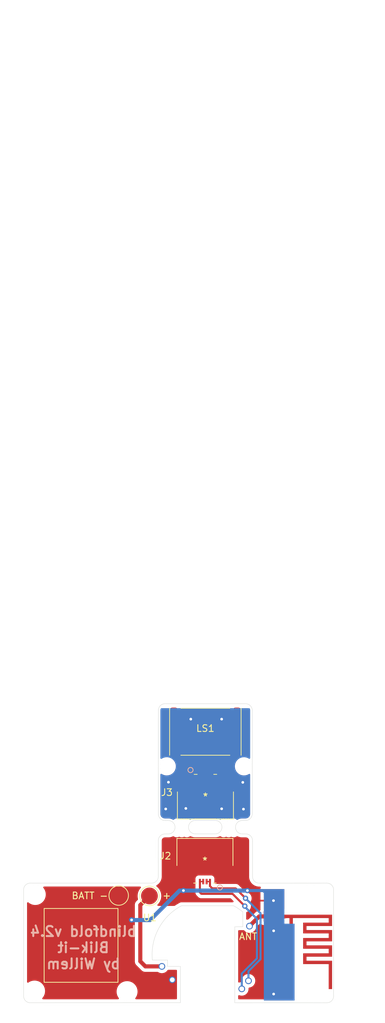
<source format=kicad_pcb>
(kicad_pcb (version 20211014) (generator pcbnew)
  (layers (0 "F.Cu" signal) (31 "B.Cu" signal) (34 "B.Paste" user) (35 "F.Paste" user) (36 "B.SilkS" user "B.Silkscreen") (37 "F.SilkS" user "F.Silkscreen") (38 "B.Mask" user) (39 "F.Mask" user) (44 "Edge.Cuts" user))
  (net 0 "")
  (net 1 "/BT_SPK-")
  (net 2 "/BT_SPK+")
  (net 3 "/SPK-")
  (net 4 "/SPK+")
  (net 5 "/BATT+")
  (net 6 "GND")
  (net 7 "Net-(U1-Pad1)")
  (net 8 "GND2")
  (footprint "Audio_Module:bt_player" (layer "F.Cu") (at 154.184147 115.488923 180)
    (fp_text reference "U1" (at 8.6 5.5) (layer "F.SilkS"))
    (fp_text value "bt_player")
    (fp_text user "ANT" (at -6.05 2.7) (layer "F.SilkS"))
    (pad "1" thru_hole circle locked (at -6.25 4.25 180) (size 1 1) (drill 0.7) (layers *.Cu *.Mask) (net 7 "Net-(U1-Pad1)"))
    (pad "2" thru_hole circle locked (at -6.1 -3.9 180) (size 1 1) (drill 0.7) (layers *.Cu *.Mask) (net 2 "/BT_SPK+"))
    (pad "3" thru_hole circle locked (at -5.1 -5.1 180) (size 1 1) (drill 0.7) (layers *.Cu *.Mask) (net 1 "/BT_SPK-"))
    (pad "4" thru_hole circle locked (at 5.25 -3.75 180) (size 1 1) (drill 0.7) (layers *.Cu *.Mask) (net 6 "GND"))
    (pad "5" thru_hole circle locked (at 6.8 -1.75 180) (size 1 1) (drill 0.7) (layers *.Cu *.Mask) (net 5 "/BATT+"))
  )
  (footprint "MountingHole:MountingHole_2.1mm_smallCntry" (layer "F.Cu") (at 128.524 106.5276)
    (fp_text reference "H1" hide)
    (fp_text value "MountingHole")
    (pad "" np_thru_hole circle (at 0 0) (size 2.1 2.1) (drill 2.1) (layers *.Cu *.Mask))
  )
  (footprint "MountingHole:MountingHole_2.1mm_smallCntry" (layer "F.Cu") (at 128.41732 120.91416)
    (fp_text reference "H2" hide)
    (fp_text value "MountingHole")
    (pad "" np_thru_hole circle (at 0 0) (size 2.1 2.1) (drill 2.1) (layers *.Cu *.Mask))
  )
  (footprint "MountingHole:MountingHole_2.1mm_smallCntry" (layer "F.Cu") (at 159.6136 87.4268)
    (fp_text reference "H3" hide)
    (fp_text value "MountingHole")
    (pad "" np_thru_hole circle (at 0 0) (size 2.1 2.1) (drill 2.1) (layers *.Cu *.Mask))
  )
  (footprint "MountingHole:MountingHole_2.1mm_smallCntry" (layer "F.Cu") (at 148.1074 87.4268)
    (fp_text reference "H4" hide)
    (fp_text value "MountingHole")
    (pad "" np_thru_hole circle (at 0 0) (size 2.1 2.1) (drill 2.1) (layers *.Cu *.Mask))
  )
  (footprint "MountingHole:MountingHole_2.1mm_smallCntry" (layer "F.Cu") (at 169.4688 106.426)
    (fp_text reference "H7" hide)
    (fp_text value "MountingHole")
    (pad "" np_thru_hole circle (at 0 0) (size 2.1 2.1) (drill 2.1) (layers *.Cu *.Mask))
  )
  (footprint "MountingHole:MountingHole_2.1mm_smallCntry" (layer "F.Cu") (at 169.45 120.98)
    (fp_text reference "H9" hide)
    (fp_text value "MountingHole")
    (pad "" np_thru_hole circle (at 0 0) (size 2.1 2.1) (drill 2.1) (layers *.Cu *.Mask))
  )
  (footprint "MountingHole:MountingHole_2.1mm_smallCntry" (layer "F.Cu") (at 142.19936 121.00052)
    (fp_text reference "H10" hide)
    (fp_text value "MountingHole")
    (pad "" np_thru_hole circle (at 0 0) (size 2.1 2.1) (drill 2.1) (layers *.Cu *.Mask))
  )
  (footprint "TestPoint:TestPoint_Pad_D2.5mm" (layer "F.Cu") (at 145.53 106.74)
    (fp_text reference "TP1" hide)
    (fp_text value "TestPoint" hide)
    (fp_circle (center 0 0) (end 0 1.45) (layer "F.SilkS") (width 0.12) (fill none))
    (pad "1" smd circle (at 0 0) (size 2.5 2.5) (layers "F.Cu" "F.Mask") (net 5 "/BATT+"))
  )
  (footprint "TestPoint:TestPoint_Pad_D2.5mm" (layer "F.Cu") (at 140.95 106.68)
    (fp_text reference "TP2" hide)
    (fp_text value "TestPoint" hide)
    (fp_circle (center 0 0) (end 0 1.45) (layer "F.SilkS") (width 0.12) (fill none))
    (pad "1" smd circle (at 0 0) (size 2.5 2.5) (layers "F.Cu" "F.Mask") (net 6 "GND"))
  )
  (footprint "Connector_Molex:Molex_Easy-On_527450633-FPC-1x04-P0.5mm" (layer "F.Cu") (at 153.8732 91.948)
    (fp_text reference "J3" (at -5.7404 -0.635) (layer "F.SilkS"))
    (fp_text value "ZF1-04-02-T-WT" hide)
    (fp_text user "*" (at 0 0) (layer "F.SilkS"))
    (fp_circle (center -2.225 -3.975) (end -1.844 -3.975) (layer "B.SilkS") (width 0.12) (fill none))
    (fp_line (start -4.1736 3.3274) (end 4.1736 3.3274) (layer "F.SilkS") (width 0.12))
    (fp_line (start -1.23514 -3.3274) (end -1.681366 -3.3274) (layer "F.SilkS") (width 0.12))
    (fp_line (start -4.1736 -0.71276) (end -4.1736 3.3274) (layer "F.SilkS") (width 0.12))
    (fp_line (start 4.1736 3.3274) (end 4.1736 -0.71276) (layer "F.SilkS") (width 0.12))
    (fp_line (start 1.681366 -3.3274) (end 1.23514 -3.3274) (layer "F.SilkS") (width 0.12))
    (fp_circle (center -2.225 -3.975) (end -1.844 -3.975) (layer "F.SilkS") (width 0.12) (fill none))
    (pad "1" smd rect locked (at -0.75 -3.1004) (size 0.3048 0.8128) (layers "F.Cu" "F.Paste" "F.Mask") (net 3 "/SPK-"))
    (pad "2" smd rect locked (at -0.250001 -3.1004) (size 0.3048 0.8128) (layers "F.Cu" "F.Paste" "F.Mask") (net 3 "/SPK-"))
    (pad "3" smd rect locked (at 0.25 -3.1004) (size 0.3048 0.8128) (layers "F.Cu" "F.Paste" "F.Mask") (net 4 "/SPK+"))
    (pad "4" smd rect locked (at 0.75 -3.1004) (size 0.3048 0.8128) (layers "F.Cu" "F.Paste" "F.Mask") (net 4 "/SPK+"))
    (pad "5" smd custom locked (at -3.8519 -2.16265) (size 1.0838 2.1853) (layers "F.Cu" "F.Paste" "F.Mask") (net 8 "GND2") (options (clearance outline) (anchor rect)) (primitives (gr_poly (pts (xy 1.8619 1.99265) (xy 0.5419 1.99265) (xy 0.5419 1.09265) (xy -0.5419 1.09265) (xy -0.5419 -1.09265) (xy 1.8619 -1.09265)) (width 0.2) (fill yes))))
    (pad "6" smd custom locked (at 3.2 -2.1504) (size 2.3876 2.2098) (layers "F.Cu" "F.Paste" "F.Mask") (net 8 "GND2") (options (clearance outline) (anchor rect)) (primitives (gr_poly (pts (xy 1.1938 1.1104) (xy 0.16 1.1104) (xy 0.16 2.0004) (xy -1.21 2.0004) (xy -1.21 -1.1049) (xy 1.1938 -1.1049)) (width 0.2) (fill yes))))
  )
  (footprint "Audio_Module:Iphone-speaker" (layer "F.Cu") (at 153.859992 82.2706)
    (fp_text reference "LS1" (at 0 -0.5 unlocked) (layer "F.SilkS"))
    (fp_text value "Speaker")
    (fp_line (start -5.325 -3.5) (end -5.325 3.5) (layer "F.SilkS") (width 0.12))
    (fp_line (start -3.65 -3.5) (end 3.65 -3.5) (layer "F.SilkS") (width 0.12))
    (fp_line (start 5.325 -3.5) (end 5.325 3.5) (layer "F.SilkS") (width 0.12))
    (fp_line (start -3.65 3.5) (end 3.65 3.5) (layer "F.SilkS") (width 0.12))
    (pad "1" smd roundrect (at -4.7 0) (size 1 7.2) (layers "F.Cu" "F.Paste" "F.Mask") (net 3 "/SPK-"))
    (pad "2" smd roundrect (at 4.7 0) (size 1 7.2) (layers "F.Cu" "F.Paste" "F.Mask") (net 4 "/SPK+"))
  )
  (footprint "Panelization:mouse-bite-2mm-slot" (layer "F.Cu") (at 157.3375 96.4912)
    (fp_text reference "mouse-bite-2mm-slot" hide)
    (fp_text value "VAL**" hide)
    (pad "" np_thru_hole circle (at 0.75 -0.75) (size 0.5 0.5) (drill 0.5) (layers *.Cu *.Mask))
    (pad "" np_thru_hole circle (at 0 -0.75) (size 0.5 0.5) (drill 0.5) (layers *.Cu *.Mask))
    (pad "" np_thru_hole circle (at -0.75 -0.75) (size 0.5 0.5) (drill 0.5) (layers *.Cu *.Mask))
    (pad "" np_thru_hole circle (at 0 0.75) (size 0.5 0.5) (drill 0.5) (layers *.Cu *.Mask))
    (pad "" np_thru_hole circle (at 0.75 0.75) (size 0.5 0.5) (drill 0.5) (layers *.Cu *.Mask))
    (pad "" np_thru_hole circle (at -0.75 0.75) (size 0.5 0.5) (drill 0.5) (layers *.Cu *.Mask))
  )
  (footprint "Antennas:AN91445" (layer "F.Cu") (at 167.65999 114.01999 -90)
    (fp_text reference "U2" hide)
    (fp_text value "AN91445" hide)
    (fp_poly (pts (xy -5.334 5.08) (xy -8.297333 5.08) (xy -8.297333 2.032) (xy -5.334 2.032) (xy -5.334 5.08)) (layer "F.Cu") (width 0.01) (fill solid))
    (fp_poly (pts (xy 8.297333 5.086) (xy -8.297333 5.086) (xy -8.297333 2.038) (xy -3.132667 2.038) (xy -3.132667 0.514) (xy 8.297333 0.514) (xy 8.297333 5.086)) (layer "B.Cu") (width 0.01) (fill solid))
    (pad "1" smd custom (at -4.23 4.61 270) (size 1.54 1.025) (layers "F.Cu" "F.Paste") (net 7 "Net-(U1-Pad1)") (options (clearance outline) (anchor rect)) (primitives (gr_poly (pts (xy 1.436 -5.88) (xy 2.028667 -5.88) (xy 2.028667 -9.69) (xy 3.722 -9.69) (xy 3.722 -5.88) (xy 4.314667 -5.88) (xy 4.314667 -9.69) (xy 6.008 -9.69) (xy 6.008 -5.88) (xy 6.600667 -5.88) (xy 6.600667 -9.69) (xy 10.834 -9.69) (xy 10.834 -9.182) (xy 7.108667 -9.182) (xy 7.108667 -5.372) (xy 5.5 -5.372) (xy 5.5 -9.182) (xy 4.822667 -9.182) (xy 4.822667 -5.372) (xy 3.214 -5.372) (xy 3.214 -9.182) (xy 2.536667 -9.182) (xy 2.536667 -5.372) (xy 0.928 -5.372) (xy 0.928 -9.182) (xy 0.250667 -9.182) (xy 0.250667 -3.848) (xy 7.193333 -3.848) (xy 7.193333 -3.34) (xy 0.250667 -3.34) (xy 0.250667 -2.956586) (xy 0.322027 -2.514985) (xy 0.504667 -2.070001) (xy 0.613118 -1.844974) (xy 0.685355 -1.651755) (xy 0.728695 -1.446501) (xy 0.750459 -1.185372) (xy 0.757963 -0.824526) (xy 0.758667 -0.548415) (xy 0.77 0.5125) (xy -0.77 0.5125) (xy -0.765333 -0.506082) (xy -0.762428 -0.937228) (xy -0.748472 -1.24484) (xy -0.715608 -1.474687) (xy -0.655975 -1.672536) (xy -0.561715 -1.884156) (xy -0.511333 -1.985334) (xy -0.257333 -2.488505) (xy -0.257333 -9.69) (xy 1.436 -9.69) (xy 1.436 -5.88)) (width 0) (fill yes))))
    (pad "2" smd rect (at 2.582333 3.556 270) (size 11.429999 3.048) (layers "F.Cu" "F.Paste") (net 6 "GND"))
  )
  (footprint "Panelization:mouse-bite-2mm-slot" (layer "F.Cu") (at 150.3513 96.4914)
    (fp_text reference "mouse-bite-2mm-slot" hide)
    (fp_text value "VAL**" hide)
    (pad "" np_thru_hole circle (at 0 0.75) (size 0.5 0.5) (drill 0.5) (layers *.Cu *.Mask))
    (pad "" np_thru_hole circle (at 0.75 0.75) (size 0.5 0.5) (drill 0.5) (layers *.Cu *.Mask))
    (pad "" np_thru_hole circle (at -0.75 -0.75) (size 0.5 0.5) (drill 0.5) (layers *.Cu *.Mask))
    (pad "" np_thru_hole circle (at 0.75 -0.75) (size 0.5 0.5) (drill 0.5) (layers *.Cu *.Mask))
    (pad "" np_thru_hole circle (at -0.75 0.75) (size 0.5 0.5) (drill 0.5) (layers *.Cu *.Mask))
    (pad "" np_thru_hole circle (at 0 -0.75) (size 0.5 0.5) (drill 0.5) (layers *.Cu *.Mask))
  )
  (footprint "Connector_Molex:Molex_Easy-On_527450633-FPC-1x04-P0.5mm" (layer "F.Cu") (at 153.797 101.4984 180)
    (fp_text reference "J2" (at 5.8928 0.7112 180) (layer "F.SilkS"))
    (fp_text value "ZF1-04-02-T-WT" hide)
    (fp_text user "*" (at 0 0 180) (layer "F.SilkS"))
    (fp_circle (center -2.225 -3.975) (end -1.844 -3.975) (layer "B.SilkS") (width 0.12) (fill none))
    (fp_line (start 4.1736 3.3274) (end 4.1736 -0.71276) (layer "F.SilkS") (width 0.12))
    (fp_line (start -4.1736 3.3274) (end 4.1736 3.3274) (layer "F.SilkS") (width 0.12))
    (fp_line (start -1.23514 -3.3274) (end -1.681366 -3.3274) (layer "F.SilkS") (width 0.12))
    (fp_line (start 1.681366 -3.3274) (end 1.23514 -3.3274) (layer "F.SilkS") (width 0.12))
    (fp_line (start -4.1736 -0.71276) (end -4.1736 3.3274) (layer "F.SilkS") (width 0.12))
    (fp_circle (center -2.225 -3.975) (end -1.844 -3.975) (layer "F.SilkS") (width 0.12) (fill none))
    (pad "1" smd rect locked (at -0.75 -3.1004 180) (size 0.3048 0.8128) (layers "F.Cu" "F.Paste" "F.Mask") (net 2 "/BT_SPK+"))
    (pad "2" smd rect locked (at -0.250001 -3.1004 180) (size 0.3048 0.8128) (layers "F.Cu" "F.Paste" "F.Mask") (net 2 "/BT_SPK+"))
    (pad "3" smd rect locked (at 0.25 -3.1004 180) (size 0.3048 0.8128) (layers "F.Cu" "F.Paste" "F.Mask") (net 1 "/BT_SPK-"))
    (pad "4" smd rect locked (at 0.75 -3.1004 180) (size 0.3048 0.8128) (layers "F.Cu" "F.Paste" "F.Mask") (net 1 "/BT_SPK-"))
    (pad "5" smd custom locked (at -3.8519 -2.16265 180) (size 1.0838 2.1853) (layers "F.Cu" "F.Paste" "F.Mask") (net 6 "GND") (options (clearance outline) (anchor rect)) (primitives (gr_poly (pts (xy 1.8619 1.99265) (xy 0.5419 1.99265) (xy 0.5419 1.09265) (xy -0.5419 1.09265) (xy -0.5419 -1.09265) (xy 1.8619 -1.09265)) (width 0.2) (fill yes))))
    (pad "6" smd custom locked (at 3.2 -2.1504 180) (size 2.3876 2.2098) (layers "F.Cu" "F.Paste" "F.Mask") (net 6 "GND") (options (clearance outline) (anchor rect)) (primitives (gr_poly (pts (xy 1.1938 1.1104) (xy 0.16 1.1104) (xy 0.16 2.0004) (xy -1.21 2.0004) (xy -1.21 -1.1049) (xy 1.1938 -1.1049)) (width 0.2) (fill yes))))
  )
  (gr_rect (start 129.8448 108.6104) (end 140.843 119.6086) (layer "F.SilkS") (width 0.12) (fill none))
  (gr_line (start 148.22932 116.30152) (end 145.965922 116.296169) (layer "Edge.Cuts") (width 0.05))
  (gr_line (start 148.22932 117.23624) (end 148.22932 116.30152) (layer "Edge.Cuts") (width 0.05))
  (gr_line (start 158.242 111.3282) (end 159.4358 111.3282) (layer "Edge.Cuts") (width 0.05))
  (gr_arc (start 161.89 104.835534) (mid 161.190064 104.55986) (end 160.89 103.87) (layer "Edge.Cuts") (width 0.05))
  (gr_line (start 146.852893 103.822893) (end 146.849307 98.492307) (layer "Edge.Cuts") (width 0.05))
  (gr_arc (start 159.3503 97.501298) (mid 158.350202 96.5012) (end 159.3503 95.5012) (layer "Edge.Cuts") (width 0.05))
  (gr_line (start 159.4358 111.3282) (end 159.435799 109.118401) (layer "Edge.Cuts") (width 0.05))
  (gr_line (start 152.3503 97.491449) (end 155.331972 97.4912) (layer "Edge.Cuts") (width 0.05))
  (gr_line (start 148.34 97.50105) (end 147.809991 97.50105) (layer "Edge.Cuts") (width 0.05))
  (gr_arc (start 146.849307 98.492307) (mid 147.128886 97.80212) (end 147.809991 97.50105) (layer "Edge.Cuts") (width 0.05))
  (gr_line (start 158.242 122.66) (end 158.242 111.3282) (layer "Edge.Cuts") (width 0.05))
  (gr_arc (start 172.9629 121.662901) (mid 172.670007 122.370008) (end 171.9629 122.662901) (layer "Edge.Cuts") (width 0.05))
  (gr_arc (start 159.8475 78.0916) (mid 160.554607 78.384493) (end 160.8475 79.0916) (layer "Edge.Cuts") (width 0.05))
  (gr_arc (start 127.789936 122.655674) (mid 127.09 122.38) (end 126.789936 121.69014) (layer "Edge.Cuts") (width 0.05))
  (gr_arc (start 148.3503 95.50286) (mid 149.349127 96.50715) (end 148.34 97.50105) (layer "Edge.Cuts") (width 0.05))
  (gr_line (start 127.751103 104.82895) (end 145.852893 104.82895) (layer "Edge.Cuts") (width 0.05))
  (gr_line (start 159.89 97.5012) (end 159.3503 97.501298) (layer "Edge.Cuts") (width 0.05))
  (gr_line (start 171.9629 122.662901) (end 158.242 122.66) (layer "Edge.Cuts") (width 0.05))
  (gr_line (start 148.22932 117.23624) (end 150.1394 117.23624) (layer "Edge.Cuts") (width 0.05))
  (gr_line (start 147.8575 78.0916) (end 159.8475 78.0916) (layer "Edge.Cuts") (width 0.05))
  (gr_line (start 150.31 108.2) (end 158.06 108.2) (layer "Edge.Cuts") (width 0.05))
  (gr_arc (start 145.965922 116.296169) (mid 146.907228 111.587723) (end 150.310001 108.200001) (layer "Edge.Cuts") (width 0.05))
  (gr_line (start 160.89 98.5012) (end 160.89 103.87) (layer "Edge.Cuts") (width 0.05))
  (gr_line (start 150.1394 117.23624) (end 150.1394 122.65152) (layer "Edge.Cuts") (width 0.05))
  (gr_arc (start 158.06 108.2) (mid 158.771003 108.624591) (end 159.435799 109.118401) (layer "Edge.Cuts") (width 0.05))
  (gr_line (start 152.3503 95.491351) (end 155.337572 95.491351) (layer "Edge.Cuts") (width 0.05))
  (gr_arc (start 160.8447 94.5012) (mid 160.551807 95.208307) (end 159.8447 95.5012) (layer "Edge.Cuts") (width 0.05))
  (gr_line (start 148.3503 95.50286) (end 147.8559 95.50286) (layer "Edge.Cuts") (width 0.05))
  (gr_arc (start 147.8559 95.50286) (mid 147.155921 95.227193) (end 146.8559 94.537326) (layer "Edge.Cuts") (width 0.05))
  (gr_arc (start 155.337572 95.491351) (mid 156.337545 96.4941) (end 155.331972 97.4912) (layer "Edge.Cuts") (width 0.05))
  (gr_line (start 172.9629 105.827119) (end 172.9629 121.662901) (layer "Edge.Cuts") (width 0.05))
  (gr_line (start 161.89 104.835534) (end 171.962893 104.827107) (layer "Edge.Cuts") (width 0.05))
  (gr_line (start 159.8447 95.5012) (end 159.3503 95.5012) (layer "Edge.Cuts") (width 0.05))
  (gr_line (start 146.8575 79.0916) (end 146.8559 94.537326) (layer "Edge.Cuts") (width 0.05))
  (gr_arc (start 159.89 97.5012) (mid 160.597107 97.794093) (end 160.89 98.5012) (layer "Edge.Cuts") (width 0.05))
  (gr_arc (start 146.8575 79.0916) (mid 147.150393 78.384493) (end 147.8575 78.0916) (layer "Edge.Cuts") (width 0.05))
  (gr_arc (start 171.962893 104.827107) (mid 172.67 105.12) (end 172.962893 105.827107) (layer "Edge.Cuts") (width 0.05))
  (gr_arc (start 146.852893 103.822893) (mid 146.560367 104.532146) (end 145.852893 104.82895) (layer "Edge.Cuts") (width 0.05))
  (gr_line (start 160.8475 79.0916) (end 160.8447 94.5012) (layer "Edge.Cuts") (width 0.05))
  (gr_arc (start 152.3503 97.491449) (mid 151.350251 96.4914) (end 152.3503 95.491351) (layer "Edge.Cuts") (width 0.05))
  (gr_line (start 126.789936 121.69014) (end 126.790425 105.82021) (layer "Edge.Cuts") (width 0.05))
  (gr_arc (start 126.790425 105.82021) (mid 127.065467 105.125617) (end 127.751103 104.82895) (layer "Edge.Cuts") (width 0.05))
  (gr_line (start 150.1394 122.65152) (end 127.78994 122.655686) (layer "Edge.Cuts") (width 0.05))
  (gr_text "blindfold v2.4\nBlik-it\nby Willem" (at 135.6868 114.4524) (layer "B.SilkS") (effects (font (size 1.5 1.5) (thickness 0.3)) (justify mirror)))
  (gr_text "BATT -" (at 136.652 106.7054) (layer "F.SilkS") (effects (font (size 1 1))))
  (gr_text "+" (at 148.1074 106.68) (layer "F.SilkS") (effects (font (size 1 1))))
  (segment (start 153.047 104.5988) (end 153.547 104.5988) (width 0.2) (layer "F.Cu") (net 1))
  (segment (start 159.7406 108.2548) (end 157.9118 106.426) (width 0.3048) (layer "F.Cu") (net 1))
  (segment (start 157.9118 106.426) (end 153.2636 106.426) (width 0.3048) (layer "F.Cu") (net 1))
  (segment (start 153.047 106.2094) (end 153.047 104.5584) (width 0.3048) (layer "F.Cu") (net 1))
  (segment (start 153.2636 106.426) (end 153.047 106.2094) (width 0.3048) (layer "F.Cu") (net 1))
  (via (at 159.7406 108.2548) (size 0.8) (drill 0.4) (layers "F.Cu" "B.Cu") (net 1))
  (segment (start 159.7406 108.3564) (end 161.544 110.1598) (width 0.3048) (layer "B.Cu") (net 1))
  (segment (start 159.284151 118.312449) (end 159.284151 120.58892) (width 0.3048) (layer "B.Cu") (net 1))
  (segment (start 161.544 116.0526) (end 159.284151 118.312449) (width 0.3048) (layer "B.Cu") (net 1))
  (segment (start 161.544 110.1598) (end 161.544 116.0526) (width 0.3048) (layer "B.Cu") (net 1))
  (segment (start 159.7406 108.2548) (end 159.7406 108.3564) (width 0.3048) (layer "B.Cu") (net 1))
  (segment (start 158.369 105.6132) (end 159.8422 107.0864) (width 0.3048) (layer "F.Cu") (net 2))
  (segment (start 154.547 105.271) (end 154.8892 105.6132) (width 0.3048) (layer "F.Cu") (net 2))
  (segment (start 154.547 104.5988) (end 154.047001 104.5988) (width 0.2) (layer "F.Cu") (net 2))
  (segment (start 154.547 104.9916) (end 154.547 105.271) (width 0.3048) (layer "F.Cu") (net 2))
  (segment (start 154.8892 105.6132) (end 158.369 105.6132) (width 0.3048) (layer "F.Cu") (net 2))
  (via (at 159.8422 107.0864) (size 0.8) (drill 0.4) (layers "F.Cu" "B.Cu") (net 2))
  (segment (start 160.284151 117.958349) (end 162.0774 116.1651) (width 0.3048) (layer "B.Cu") (net 2))
  (segment (start 162.0774 109.3216) (end 159.8422 107.0864) (width 0.3048) (layer "B.Cu") (net 2))
  (segment (start 162.0774 116.1651) (end 162.0774 109.3216) (width 0.3048) (layer "B.Cu") (net 2))
  (segment (start 160.284151 119.38892) (end 160.284151 117.958349) (width 0.3048) (layer "B.Cu") (net 2))
  (segment (start 153.162 86.7156) (end 153.4414 86.7156) (width 0.3048) (layer "F.Cu") (net 3))
  (segment (start 153.4414 86.7156) (end 153.623199 86.897399) (width 0.3048) (layer "F.Cu") (net 3))
  (segment (start 153.0978 86.729) (end 153.1112 86.7156) (width 0.2) (layer "F.Cu") (net 3))
  (segment (start 153.162 86.7156) (end 153.162 84.4042) (width 0.4572) (layer "F.Cu") (net 3))
  (segment (start 153.623199 86.897399) (end 153.623199 88.8476) (width 0.3048) (layer "F.Cu") (net 3))
  (segment (start 153.1232 88.8476) (end 153.0978 88.8222) (width 0.3048) (layer "F.Cu") (net 3))
  (segment (start 153.162 84.4042) (end 151.1654 82.4076) (width 0.4572) (layer "F.Cu") (net 3))
  (segment (start 151.1654 82.4076) (end 149.16 82.4076) (width 0.4572) (layer "F.Cu") (net 3))
  (segment (start 153.0978 88.8222) (end 153.0978 86.729) (width 0.3048) (layer "F.Cu") (net 3))
  (segment (start 153.1112 86.7156) (end 153.162 86.7156) (width 0.2) (layer "F.Cu") (net 3))
  (segment (start 154.5336 84.4296) (end 156.5556 82.4076) (width 0.4572) (layer "F.Cu") (net 4))
  (segment (start 154.5336 86.6394) (end 154.5336 84.4296) (width 0.4572) (layer "F.Cu") (net 4))
  (segment (start 154.5336 86.6394) (end 154.6232 86.729) (width 0.3048) (layer "F.Cu") (net 4))
  (segment (start 154.5336 86.6394) (end 154.2796 86.6394) (width 0.3048) (layer "F.Cu") (net 4))
  (segment (start 154.1232 86.7958) (end 154.1232 88.8476) (width 0.3048) (layer "F.Cu") (net 4))
  (segment (start 154.2796 86.6394) (end 154.1232 86.7958) (width 0.3048) (layer "F.Cu") (net 4))
  (segment (start 156.5556 82.4076) (end 158.56 82.4076) (width 0.4572) (layer "F.Cu") (net 4))
  (segment (start 154.6232 86.729) (end 154.6232 88.8476) (width 0.3048) (layer "F.Cu") (net 4))
  (segment (start 144.1704 116.4844) (end 144.1704 108.0996) (width 0.6096) (layer "F.Cu") (net 5))
  (segment (start 147.384151 117.23892) (end 144.92492 117.23892) (width 0.6096) (layer "F.Cu") (net 5))
  (segment (start 144.92492 117.23892) (end 144.1704 116.4844) (width 0.6096) (layer "F.Cu") (net 5))
  (segment (start 144.1704 108.0996) (end 145.53 106.74) (width 0.6096) (layer "F.Cu") (net 5))
  (segment (start 142.84452 108.12452) (end 141.4 106.68) (width 0.6096) (layer "F.Cu") (net 6))
  (segment (start 161.6456 121.3612) (end 164.0332 121.3612) (width 0.25) (layer "F.Cu") (net 6))
  (segment (start 145.21296 119.23892) (end 142.84452 116.87048) (width 0.6096) (layer "F.Cu") (net 6))
  (segment (start 159.2748 103.6488) (end 160.125 104.499) (width 0.25) (layer "F.Cu") (net 6))
  (segment (start 150.5932 105.94) (end 150.5932 103.6526) (width 0.25) (layer "F.Cu") (net 6))
  (segment (start 142.875 110.315) (end 142.84452 110.34548) (width 0.6096) (layer "F.Cu") (net 6))
  (segment (start 142.875 110.3122) (end 142.875 110.315) (width 0.6096) (layer "F.Cu") (net 6))
  (segment (start 142.84452 116.87048) (end 142.84452 110.34548) (width 0.6096) (layer "F.Cu") (net 6))
  (segment (start 160.125 104.499) (end 160.125 105.94) (width 0.25) (layer "F.Cu") (net 6))
  (segment (start 150.597 105.9362) (end 150.5932 105.94) (width 0.25) (layer "F.Cu") (net 6))
  (segment (start 164.01 107.44) (end 161.6222 107.44) (width 0.25) (layer "F.Cu") (net 6))
  (segment (start 142.84452 110.34548) (end 142.84452 108.12452) (width 0.6096) (layer "F.Cu") (net 6))
  (segment (start 161.6222 107.44) (end 161.5714 107.44) (width 0.25) (layer "F.Cu") (net 6))
  (segment (start 156.997 103.6488) (end 159.2748 103.6488) (width 0.25) (layer "F.Cu") (net 6))
  (segment (start 148.934151 119.23892) (end 145.21296 119.23892) (width 0.6096) (layer "F.Cu") (net 6))
  (via (at 164.0332 121.3612) (size 0.8) (drill 0.4) (layers "F.Cu" "B.Cu") (net 6))
  (via (at 164.01 107.44) (size 0.8) (drill 0.4) (layers "F.Cu" "B.Cu") (net 6))
  (via (at 160.125 105.94) (size 0.8) (drill 0.4) (layers "F.Cu" "B.Cu") (net 6))
  (via (at 142.875 110.3122) (size 0.8) (drill 0.4) (layers "F.Cu" "B.Cu") (net 6))
  (via (at 150.5932 105.94) (size 0.8) (drill 0.4) (layers "F.Cu" "B.Cu") (net 6))
  (via (at 164.0332 111.9378) (size 0.8) (drill 0.4) (layers "F.Cu" "B.Cu") (net 6))
  (segment (start 150.03 105.94) (end 150.5932 105.94) (width 0.6096) (layer "B.Cu") (net 6))
  (segment (start 142.875 110.3122) (end 142.9028 110.34) (width 0.6096) (layer "B.Cu") (net 6))
  (segment (start 142.9028 110.34) (end 145.63 110.34) (width 0.6096) (layer "B.Cu") (net 6))
  (segment (start 160.125 105.94) (end 162.51 105.94) (width 0.4572) (layer "B.Cu") (net 6))
  (segment (start 164.0332 121.3612) (end 164.0332 111.9378) (width 0.25) (layer "B.Cu") (net 6))
  (segment (start 150.5932 105.94) (end 160.125 105.94) (width 0.6096) (layer "B.Cu") (net 6))
  (segment (start 145.63 110.34) (end 150.03 105.94) (width 0.6096) (layer "B.Cu") (net 6))
  (segment (start 162.51 105.94) (end 164.01 107.44) (width 0.4572) (layer "B.Cu") (net 6))
  (segment (start 161.883081 109.78999) (end 163.04999 109.78999) (width 0.6096) (layer "F.Cu") (net 7))
  (segment (start 160.434151 111.23892) (end 161.883081 109.78999) (width 0.6096) (layer "F.Cu") (net 7))
  (segment (start 148.3614 89.789) (end 150.6646 89.789) (width 0.25) (layer "F.Cu") (net 8))
  (segment (start 148.37 89.7976) (end 148.3614 89.789) (width 0.25) (layer "F.Cu") (net 8))
  (segment (start 159.4358 89.8144) (end 157.09 89.8144) (width 0.25) (layer "F.Cu") (net 8))
  (via (at 151.6888 80.391) (size 0.8) (drill 0.4) (layers "F.Cu" "B.Cu") (net 8))
  (via (at 156.2862 93.7514) (size 0.8) (drill 0.4) (layers "F.Cu" "B.Cu") (net 8))
  (via (at 150.9522 93.7006) (size 0.8) (drill 0.4) (layers "F.Cu" "B.Cu") (net 8))
  (via (at 156.2862 80.391) (size 0.8) (drill 0.4) (layers "F.Cu" "B.Cu") (net 8))
  (via (at 147.955 93.7768) (size 0.8) (drill 0.4) (layers "F.Cu" "B.Cu") (net 8))
  (via (at 159.4358 89.8144) (size 0.8) (drill 0.4) (layers "F.Cu" "B.Cu") (net 8))
  (via (at 159.5374 93.8022) (size 0.8) (drill 0.4) (layers "F.Cu" "B.Cu") (net 8))
  (via (at 148.3614 89.789) (size 0.8) (drill 0.4) (layers "F.Cu" "B.Cu") (net 8))
  (zone (net 6) (net_name "GND") (layer "F.Cu") (connect_pads yes (clearance 0.508)) (min_thickness 0.254) (fill yes (thermal_gap 0.508) (thermal_bridge_width 0.508))
    (polygon (pts (xy 160.909 104.8258) (xy 165.6334 104.8258) (xy 165.6334 122.6566) (xy 158.1658 122.6566) (xy 158.242 111.3282) (xy 159.4358 111.3282) (xy 159.4358 108.2294) (xy 145.9738 108.2294) (xy 145.9738 116.2812) (xy 148.2598 116.3066) (xy 148.2598 117.2464) (xy 150.1394 117.2464) (xy 150.1648 122.6566) (xy 126.7968 122.6566) (xy 126.7714 104.8258) (xy 146.8628 104.8258) (xy 146.8628 97.5868) (xy 160.9344 97.5868)))
  )
  (zone (net 8) (net_name "GND2") (layers F&B.Cu) (name "GND") (connect_pads yes (clearance 0.3048)) (min_thickness 0.254) (fill yes (thermal_gap 0.508) (thermal_bridge_width 0.508))
    (polygon (pts (xy 160.8074 95.4786) (xy 146.8374 95.4786) (xy 146.8374 78.7654) (xy 160.8074 78.7654)))
  )
)
</source>
